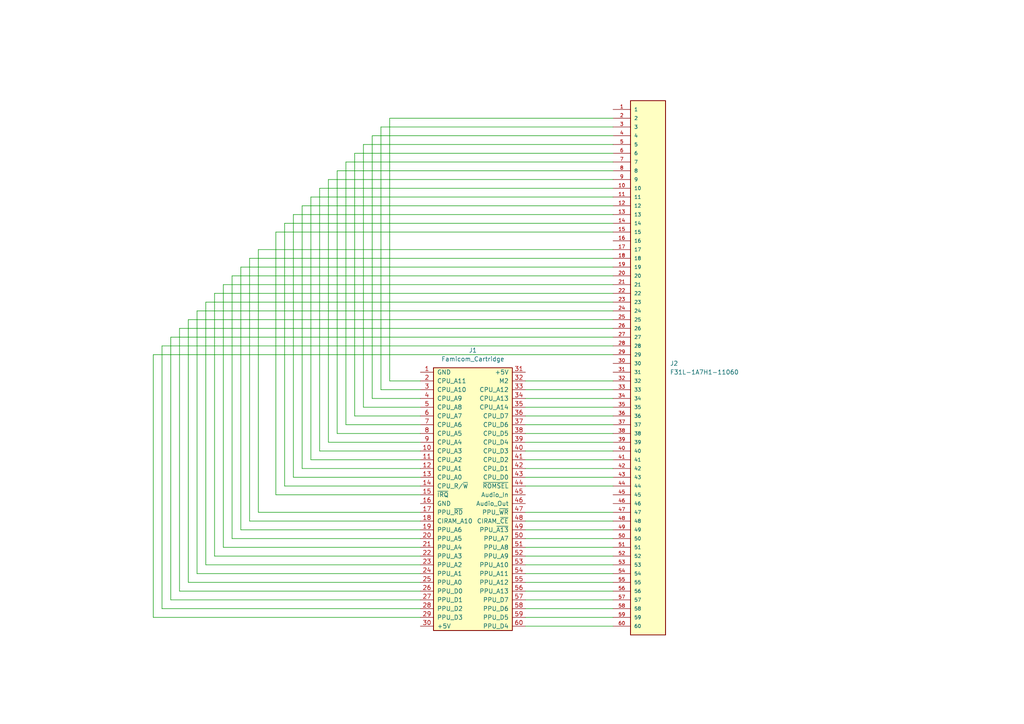
<source format=kicad_sch>
(kicad_sch (version 20230121) (generator eeschema)
  (paper "A4")
  (lib_symbols
    (symbol "NES_Cart_FC_Console:F31L-1A7H1-11060" (pin_names (offset 1.016))
      (property "Reference" "J" (at -5.08 79.502 0))
      (property "Value" "F31L-1A7H1-11060" (at -5.08 -78.74 0))
      (symbol "F31L-1A7H1-11060_0_0"
        (rectangle (start -5.08 -76.2) (end 5.08 78.74) (stroke (width 0.254)) (fill (type background)))
        (pin passive line (at -10.16 76.2 0) (length 5.08) (name "1") (number "1"))
        (pin passive line (at -10.16 53.34 0) (length 5.08) (name "10") (number "10"))
        (pin passive line (at -10.16 50.8 0) (length 5.08) (name "11") (number "11"))
        (pin passive line (at -10.16 48.26 0) (length 5.08) (name "12") (number "12"))
        (pin passive line (at -10.16 45.72 0) (length 5.08) (name "13") (number "13"))
        (pin passive line (at -10.16 43.18 0) (length 5.08) (name "14") (number "14"))
        (pin passive line (at -10.16 40.64 0) (length 5.08) (name "15") (number "15"))
        (pin passive line (at -10.16 38.1 0) (length 5.08) (name "16") (number "16"))
        (pin passive line (at -10.16 35.56 0) (length 5.08) (name "17") (number "17"))
        (pin passive line (at -10.16 33.02 0) (length 5.08) (name "18") (number "18"))
        (pin passive line (at -10.16 30.48 0) (length 5.08) (name "19") (number "19"))
        (pin passive line (at -10.16 73.66 0) (length 5.08) (name "2") (number "2"))
        (pin passive line (at -10.16 27.94 0) (length 5.08) (name "20") (number "20"))
        (pin passive line (at -10.16 25.4 0) (length 5.08) (name "21") (number "21"))
        (pin passive line (at -10.16 22.86 0) (length 5.08) (name "22") (number "22"))
        (pin passive line (at -10.16 20.32 0) (length 5.08) (name "23") (number "23"))
        (pin passive line (at -10.16 17.78 0) (length 5.08) (name "24") (number "24"))
        (pin passive line (at -10.16 15.24 0) (length 5.08) (name "25") (number "25"))
        (pin passive line (at -10.16 12.7 0) (length 5.08) (name "26") (number "26"))
        (pin passive line (at -10.16 10.16 0) (length 5.08) (name "27") (number "27"))
        (pin passive line (at -10.16 7.62 0) (length 5.08) (name "28") (number "28"))
        (pin passive line (at -10.16 5.08 0) (length 5.08) (name "29") (number "29"))
        (pin passive line (at -10.16 71.12 0) (length 5.08) (name "3") (number "3"))
        (pin passive line (at -10.16 2.54 0) (length 5.08) (name "30") (number "30"))
        (pin passive line (at -10.16 0 0) (length 5.08) (name "31") (number "31"))
        (pin passive line (at -10.16 -2.54 0) (length 5.08) (name "32") (number "32"))
        (pin passive line (at -10.16 -5.08 0) (length 5.08) (name "33") (number "33"))
        (pin passive line (at -10.16 -7.62 0) (length 5.08) (name "34") (number "34"))
        (pin passive line (at -10.16 -10.16 0) (length 5.08) (name "35") (number "35"))
        (pin passive line (at -10.16 -12.7 0) (length 5.08) (name "36") (number "36"))
        (pin passive line (at -10.16 -15.24 0) (length 5.08) (name "37") (number "37"))
        (pin passive line (at -10.16 -17.78 0) (length 5.08) (name "38") (number "38"))
        (pin passive line (at -10.16 -20.32 0) (length 5.08) (name "39") (number "39"))
        (pin passive line (at -10.16 68.58 0) (length 5.08) (name "4") (number "4"))
        (pin passive line (at -10.16 -22.86 0) (length 5.08) (name "40") (number "40"))
        (pin passive line (at -10.16 -25.4 0) (length 5.08) (name "41") (number "41"))
        (pin passive line (at -10.16 -27.94 0) (length 5.08) (name "42") (number "42"))
        (pin passive line (at -10.16 -30.48 0) (length 5.08) (name "43") (number "43"))
        (pin passive line (at -10.16 -33.02 0) (length 5.08) (name "44") (number "44"))
        (pin passive line (at -10.16 -35.56 0) (length 5.08) (name "45") (number "45"))
        (pin passive line (at -10.16 -38.1 0) (length 5.08) (name "46") (number "46"))
        (pin passive line (at -10.16 -40.64 0) (length 5.08) (name "47") (number "47"))
        (pin passive line (at -10.16 -43.18 0) (length 5.08) (name "48") (number "48"))
        (pin passive line (at -10.16 -45.72 0) (length 5.08) (name "49") (number "49"))
        (pin passive line (at -10.16 66.04 0) (length 5.08) (name "5") (number "5"))
        (pin passive line (at -10.16 -48.26 0) (length 5.08) (name "50") (number "50"))
        (pin passive line (at -10.16 -50.8 0) (length 5.08) (name "51") (number "51"))
        (pin passive line (at -10.16 -53.34 0) (length 5.08) (name "52") (number "52"))
        (pin passive line (at -10.16 -55.88 0) (length 5.08) (name "53") (number "53"))
        (pin passive line (at -10.16 -58.42 0) (length 5.08) (name "54") (number "54"))
        (pin passive line (at -10.16 -60.96 0) (length 5.08) (name "55") (number "55"))
        (pin passive line (at -10.16 -63.5 0) (length 5.08) (name "56") (number "56"))
        (pin passive line (at -10.16 -66.04 0) (length 5.08) (name "57") (number "57"))
        (pin passive line (at -10.16 -68.58 0) (length 5.08) (name "58") (number "58"))
        (pin passive line (at -10.16 -71.12 0) (length 5.08) (name "59") (number "59"))
        (pin passive line (at -10.16 63.5 0) (length 5.08) (name "6") (number "6"))
        (pin passive line (at -10.16 -73.66 0) (length 5.08) (name "60") (number "60"))
        (pin passive line (at -10.16 60.96 0) (length 5.08) (name "7") (number "7"))
        (pin passive line (at -10.16 58.42 0) (length 5.08) (name "8") (number "8"))
        (pin passive line (at -10.16 55.88 0) (length 5.08) (name "9") (number "9"))
      )
    )
    (symbol "NES_Cart_FC_Console:Famicom_Cartridge" (pin_names (offset 1.016))
      (property "Reference" "J" (at 0 38.1 0))
      (property "Value" "Famicom_Cartridge" (at 0 -40.64 0))
      (symbol "Famicom_Cartridge_1_1"
        (rectangle (start -11.43 36.83) (end 11.43 -39.37) (stroke (width 0.254)) (fill (type background)))
        (pin power_in line (at -15.24 35.56 0) (length 3.81) (name "GND") (number "1"))
        (pin input line (at -15.24 12.7 0) (length 3.81) (name "CPU_A3") (number "10"))
        (pin input line (at -15.24 10.16 0) (length 3.81) (name "CPU_A2") (number "11"))
        (pin input line (at -15.24 7.62 0) (length 3.81) (name "CPU_A1") (number "12"))
        (pin input line (at -15.24 5.08 0) (length 3.81) (name "CPU_A0") (number "13"))
        (pin input line (at -15.24 2.54 0) (length 3.81) (name "CPU_R/~{W}") (number "14"))
        (pin output line (at -15.24 0 0) (length 3.81) (name "~{IRQ}") (number "15"))
        (pin power_in line (at -15.24 -2.54 0) (length 3.81) (name "GND") (number "16"))
        (pin input line (at -15.24 -5.08 0) (length 3.81) (name "PPU_~{RD}") (number "17"))
        (pin output line (at -15.24 -7.62 0) (length 3.81) (name "CIRAM_A10") (number "18"))
        (pin input line (at -15.24 -10.16 0) (length 3.81) (name "PPU_A6") (number "19"))
        (pin input line (at -15.24 33.02 0) (length 3.81) (name "CPU_A11") (number "2"))
        (pin input line (at -15.24 -12.7 0) (length 3.81) (name "PPU_A5") (number "20"))
        (pin input line (at -15.24 -15.24 0) (length 3.81) (name "PPU_A4") (number "21"))
        (pin input line (at -15.24 -17.78 0) (length 3.81) (name "PPU_A3") (number "22"))
        (pin input line (at -15.24 -20.32 0) (length 3.81) (name "PPU_A2") (number "23"))
        (pin input line (at -15.24 -22.86 0) (length 3.81) (name "PPU_A1") (number "24"))
        (pin input line (at -15.24 -25.4 0) (length 3.81) (name "PPU_A0") (number "25"))
        (pin bidirectional line (at -15.24 -27.94 0) (length 3.81) (name "PPU_D0") (number "26"))
        (pin bidirectional line (at -15.24 -30.48 0) (length 3.81) (name "PPU_D1") (number "27"))
        (pin bidirectional line (at -15.24 -33.02 0) (length 3.81) (name "PPU_D2") (number "28"))
        (pin bidirectional line (at -15.24 -35.56 0) (length 3.81) (name "PPU_D3") (number "29"))
        (pin input line (at -15.24 30.48 0) (length 3.81) (name "CPU_A10") (number "3"))
        (pin power_in line (at -15.24 -38.1 0) (length 3.81) (name "+5V") (number "30"))
        (pin power_in line (at 15.24 35.56 180) (length 3.81) (name "+5V") (number "31"))
        (pin input line (at 15.24 33.02 180) (length 3.81) (name "M2") (number "32"))
        (pin input line (at 15.24 30.48 180) (length 3.81) (name "CPU_A12") (number "33"))
        (pin input line (at 15.24 27.94 180) (length 3.81) (name "CPU_A13") (number "34"))
        (pin input line (at 15.24 25.4 180) (length 3.81) (name "CPU_A14") (number "35"))
        (pin bidirectional line (at 15.24 22.86 180) (length 3.81) (name "CPU_D7") (number "36"))
        (pin bidirectional line (at 15.24 20.32 180) (length 3.81) (name "CPU_D6") (number "37"))
        (pin bidirectional line (at 15.24 17.78 180) (length 3.81) (name "CPU_D5") (number "38"))
        (pin bidirectional line (at 15.24 15.24 180) (length 3.81) (name "CPU_D4") (number "39"))
        (pin input line (at -15.24 27.94 0) (length 3.81) (name "CPU_A9") (number "4"))
        (pin bidirectional line (at 15.24 12.7 180) (length 3.81) (name "CPU_D3") (number "40"))
        (pin bidirectional line (at 15.24 10.16 180) (length 3.81) (name "CPU_D2") (number "41"))
        (pin bidirectional line (at 15.24 7.62 180) (length 3.81) (name "CPU_D1") (number "42"))
        (pin bidirectional line (at 15.24 5.08 180) (length 3.81) (name "CPU_D0") (number "43"))
        (pin input line (at 15.24 2.54 180) (length 3.81) (name "~{ROMSEL}") (number "44"))
        (pin input line (at 15.24 0 180) (length 3.81) (name "Audio_In") (number "45"))
        (pin output line (at 15.24 -2.54 180) (length 3.81) (name "Audio_Out") (number "46"))
        (pin input line (at 15.24 -5.08 180) (length 3.81) (name "PPU_~{WR}") (number "47"))
        (pin output line (at 15.24 -7.62 180) (length 3.81) (name "CIRAM_~{CE}") (number "48"))
        (pin input line (at 15.24 -10.16 180) (length 3.81) (name "PPU_~{A13}") (number "49"))
        (pin input line (at -15.24 25.4 0) (length 3.81) (name "CPU_A8") (number "5"))
        (pin input line (at 15.24 -12.7 180) (length 3.81) (name "PPU_A7") (number "50"))
        (pin input line (at 15.24 -15.24 180) (length 3.81) (name "PPU_A8") (number "51"))
        (pin input line (at 15.24 -17.78 180) (length 3.81) (name "PPU_A9") (number "52"))
        (pin input line (at 15.24 -20.32 180) (length 3.81) (name "PPU_A10") (number "53"))
        (pin input line (at 15.24 -22.86 180) (length 3.81) (name "PPU_A11") (number "54"))
        (pin input line (at 15.24 -25.4 180) (length 3.81) (name "PPU_A12") (number "55"))
        (pin input line (at 15.24 -27.94 180) (length 3.81) (name "PPU_A13") (number "56"))
        (pin bidirectional line (at 15.24 -30.48 180) (length 3.81) (name "PPU_D7") (number "57"))
        (pin bidirectional line (at 15.24 -33.02 180) (length 3.81) (name "PPU_D6") (number "58"))
        (pin bidirectional line (at 15.24 -35.56 180) (length 3.81) (name "PPU_D5") (number "59"))
        (pin input line (at -15.24 22.86 0) (length 3.81) (name "CPU_A7") (number "6"))
        (pin bidirectional line (at 15.24 -38.1 180) (length 3.81) (name "PPU_D4") (number "60"))
        (pin input line (at -15.24 20.32 0) (length 3.81) (name "CPU_A6") (number "7"))
        (pin input line (at -15.24 17.78 0) (length 3.81) (name "CPU_A5") (number "8"))
        (pin input line (at -15.24 15.24 0) (length 3.81) (name "CPU_A4") (number "9"))
      )
    )
  )
  (wire (pts (xy 74.93 72.39) (xy 177.8 72.39)))
  (wire (pts (xy 72.39 151.13) (xy 72.39 74.93)))
  (wire (pts (xy 152.4 120.65) (xy 177.8 120.65)))
  (wire (pts (xy 152.4 118.11) (xy 177.8 118.11)))
  (wire (pts (xy 152.4 168.91) (xy 177.8 168.91)))
  (wire (pts (xy 44.45 179.07) (xy 44.45 102.87)))
  (wire (pts (xy 57.15 90.17) (xy 177.8 90.17)))
  (wire (pts (xy 80.01 143.51) (xy 80.01 67.31)))
  (wire (pts (xy 152.4 153.67) (xy 177.8 153.67)))
  (wire (pts (xy 113.03 110.49) (xy 113.03 34.29)))
  (wire (pts (xy 49.53 97.79) (xy 177.8 97.79)))
  (wire (pts (xy 152.4 128.27) (xy 177.8 128.27)))
  (wire (pts (xy 69.85 153.67) (xy 69.85 77.47)))
  (wire (pts (xy 62.23 161.29) (xy 62.23 85.09)))
  (wire (pts (xy 67.31 80.01) (xy 177.8 80.01)))
  (wire (pts (xy 64.77 82.55) (xy 177.8 82.55)))
  (wire (pts (xy 72.39 74.93) (xy 177.8 74.93)))
  (wire (pts (xy 152.4 173.99) (xy 177.8 173.99)))
  (wire (pts (xy 121.92 168.91) (xy 54.61 168.91)))
  (wire (pts (xy 121.92 125.73) (xy 97.79 125.73)))
  (wire (pts (xy 121.92 123.19) (xy 100.33 123.19)))
  (wire (pts (xy 152.4 135.89) (xy 177.8 135.89)))
  (wire (pts (xy 152.4 138.43) (xy 177.8 138.43)))
  (wire (pts (xy 107.95 115.57) (xy 107.95 39.37)))
  (wire (pts (xy 97.79 49.53) (xy 177.8 49.53)))
  (wire (pts (xy 152.4 110.49) (xy 177.8 110.49)))
  (wire (pts (xy 152.4 125.73) (xy 177.8 125.73)))
  (wire (pts (xy 152.4 130.81) (xy 177.8 130.81)))
  (wire (pts (xy 152.4 176.53) (xy 177.8 176.53)))
  (wire (pts (xy 152.4 171.45) (xy 177.8 171.45)))
  (wire (pts (xy 74.93 148.59) (xy 74.93 72.39)))
  (wire (pts (xy 110.49 36.83) (xy 177.8 36.83)))
  (wire (pts (xy 152.4 163.83) (xy 177.8 163.83)))
  (wire (pts (xy 80.01 67.31) (xy 177.8 67.31)))
  (wire (pts (xy 121.92 130.81) (xy 92.71 130.81)))
  (wire (pts (xy 152.4 151.13) (xy 177.8 151.13)))
  (wire (pts (xy 121.92 161.29) (xy 62.23 161.29)))
  (wire (pts (xy 121.92 128.27) (xy 95.25 128.27)))
  (wire (pts (xy 152.4 123.19) (xy 177.8 123.19)))
  (wire (pts (xy 57.15 166.37) (xy 57.15 90.17)))
  (wire (pts (xy 54.61 168.91) (xy 54.61 92.71)))
  (wire (pts (xy 52.07 171.45) (xy 52.07 95.25)))
  (wire (pts (xy 62.23 85.09) (xy 177.8 85.09)))
  (wire (pts (xy 90.17 57.15) (xy 177.8 57.15)))
  (wire (pts (xy 121.92 138.43) (xy 85.09 138.43)))
  (wire (pts (xy 85.09 62.23) (xy 177.8 62.23)))
  (wire (pts (xy 152.4 158.75) (xy 177.8 158.75)))
  (wire (pts (xy 64.77 158.75) (xy 64.77 82.55)))
  (wire (pts (xy 105.41 41.91) (xy 177.8 41.91)))
  (wire (pts (xy 92.71 130.81) (xy 92.71 54.61)))
  (wire (pts (xy 59.69 87.63) (xy 177.8 87.63)))
  (wire (pts (xy 69.85 77.47) (xy 177.8 77.47)))
  (wire (pts (xy 90.17 133.35) (xy 90.17 57.15)))
  (wire (pts (xy 100.33 123.19) (xy 100.33 46.99)))
  (wire (pts (xy 121.92 153.67) (xy 69.85 153.67)))
  (wire (pts (xy 152.4 148.59) (xy 177.8 148.59)))
  (wire (pts (xy 54.61 92.71) (xy 177.8 92.71)))
  (wire (pts (xy 95.25 128.27) (xy 95.25 52.07)))
  (wire (pts (xy 121.92 115.57) (xy 107.95 115.57)))
  (wire (pts (xy 107.95 39.37) (xy 177.8 39.37)))
  (wire (pts (xy 121.92 176.53) (xy 46.99 176.53)))
  (wire (pts (xy 152.4 113.03) (xy 177.8 113.03)))
  (wire (pts (xy 102.87 120.65) (xy 102.87 44.45)))
  (wire (pts (xy 121.92 179.07) (xy 44.45 179.07)))
  (wire (pts (xy 152.4 133.35) (xy 177.8 133.35)))
  (wire (pts (xy 121.92 156.21) (xy 67.31 156.21)))
  (wire (pts (xy 82.55 64.77) (xy 177.8 64.77)))
  (wire (pts (xy 67.31 156.21) (xy 67.31 80.01)))
  (wire (pts (xy 92.71 54.61) (xy 177.8 54.61)))
  (wire (pts (xy 110.49 113.03) (xy 110.49 36.83)))
  (wire (pts (xy 121.92 143.51) (xy 80.01 143.51)))
  (wire (pts (xy 121.92 135.89) (xy 87.63 135.89)))
  (wire (pts (xy 121.92 158.75) (xy 64.77 158.75)))
  (wire (pts (xy 121.92 120.65) (xy 102.87 120.65)))
  (wire (pts (xy 46.99 176.53) (xy 46.99 100.33)))
  (wire (pts (xy 152.4 161.29) (xy 177.8 161.29)))
  (wire (pts (xy 121.92 133.35) (xy 90.17 133.35)))
  (wire (pts (xy 121.92 110.49) (xy 113.03 110.49)))
  (wire (pts (xy 152.4 156.21) (xy 177.8 156.21)))
  (wire (pts (xy 59.69 163.83) (xy 59.69 87.63)))
  (wire (pts (xy 121.92 171.45) (xy 52.07 171.45)))
  (wire (pts (xy 95.25 52.07) (xy 177.8 52.07)))
  (wire (pts (xy 152.4 140.97) (xy 177.8 140.97)))
  (wire (pts (xy 87.63 135.89) (xy 87.63 59.69)))
  (wire (pts (xy 105.41 118.11) (xy 105.41 41.91)))
  (wire (pts (xy 121.92 148.59) (xy 74.93 148.59)))
  (wire (pts (xy 44.45 102.87) (xy 177.8 102.87)))
  (wire (pts (xy 152.4 179.07) (xy 177.8 179.07)))
  (wire (pts (xy 152.4 115.57) (xy 177.8 115.57)))
  (wire (pts (xy 121.92 163.83) (xy 59.69 163.83)))
  (wire (pts (xy 87.63 59.69) (xy 177.8 59.69)))
  (wire (pts (xy 97.79 125.73) (xy 97.79 49.53)))
  (wire (pts (xy 82.55 140.97) (xy 82.55 64.77)))
  (wire (pts (xy 52.07 95.25) (xy 177.8 95.25)))
  (wire (pts (xy 49.53 173.99) (xy 49.53 97.79)))
  (wire (pts (xy 113.03 34.29) (xy 177.8 34.29)))
  (wire (pts (xy 121.92 166.37) (xy 57.15 166.37)))
  (wire (pts (xy 100.33 46.99) (xy 177.8 46.99)))
  (wire (pts (xy 152.4 181.61) (xy 177.8 181.61)))
  (wire (pts (xy 121.92 173.99) (xy 49.53 173.99)))
  (wire (pts (xy 46.99 100.33) (xy 177.8 100.33)))
  (wire (pts (xy 121.92 151.13) (xy 72.39 151.13)))
  (wire (pts (xy 102.87 44.45) (xy 177.8 44.45)))
  (wire (pts (xy 121.92 113.03) (xy 110.49 113.03)))
  (wire (pts (xy 85.09 138.43) (xy 85.09 62.23)))
  (wire (pts (xy 121.92 118.11) (xy 105.41 118.11)))
  (wire (pts (xy 152.4 166.37) (xy 177.8 166.37)))
  (wire (pts (xy 121.92 140.97) (xy 82.55 140.97)))
  (symbol (lib_id "NES_Cart_FC_Console:Famicom_Cartridge") (at 137.16 143.51 0) (unit 1)
    (property "Reference" "J1" (at 137.16 101.6 0))
    (property "Value" "Famicom_Cartridge" (at 137.16 104.14 0))
    (property "Datasheet" "https://www.nesdev.org/wiki/Cartridge_connector" (effects hide))
  )
  (symbol (lib_id "NES_Cart_FC_Console:F31L-1A7H1-11060") (at 187.96 107.95 0) (unit 1)
    (property "Reference" "J2" (at 194.31 105.41 0) (effects (justify left)))
    (property "Value" "F31L-1A7H1-11060" (at 194.31 107.95 0) (effects (justify left)))
    (property "Footprint" "NES_Cart_FC_Console:AMPHENOL_F31L-1A7H1-11060" (effects hide))
    (property "PARTREV" "F31L-1A7H1-11060 " (effects hide))
    (property "STANDARD" "Manufacturer Recommendations" (effects hide))
    (property "MAXIMUM_PACKAGE_HEIGHT" "5.3mm" (effects hide))
    (property "MANUFACTURER" "Amphenol" (effects hide))
  )
)
</source>
